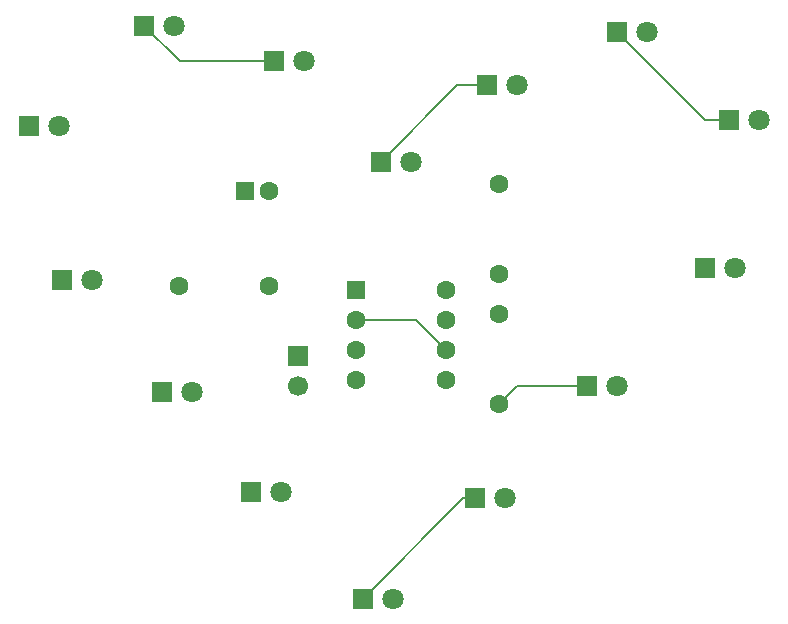
<source format=gbr>
%TF.GenerationSoftware,KiCad,Pcbnew,9.0.7*%
%TF.CreationDate,2026-02-20T23:46:02+05:30*%
%TF.ProjectId,heart-board,68656172-742d-4626-9f61-72642e6b6963,rev?*%
%TF.SameCoordinates,Original*%
%TF.FileFunction,Copper,L2,Bot*%
%TF.FilePolarity,Positive*%
%FSLAX46Y46*%
G04 Gerber Fmt 4.6, Leading zero omitted, Abs format (unit mm)*
G04 Created by KiCad (PCBNEW 9.0.7) date 2026-02-20 23:46:02*
%MOMM*%
%LPD*%
G01*
G04 APERTURE LIST*
G04 Aperture macros list*
%AMRoundRect*
0 Rectangle with rounded corners*
0 $1 Rounding radius*
0 $2 $3 $4 $5 $6 $7 $8 $9 X,Y pos of 4 corners*
0 Add a 4 corners polygon primitive as box body*
4,1,4,$2,$3,$4,$5,$6,$7,$8,$9,$2,$3,0*
0 Add four circle primitives for the rounded corners*
1,1,$1+$1,$2,$3*
1,1,$1+$1,$4,$5*
1,1,$1+$1,$6,$7*
1,1,$1+$1,$8,$9*
0 Add four rect primitives between the rounded corners*
20,1,$1+$1,$2,$3,$4,$5,0*
20,1,$1+$1,$4,$5,$6,$7,0*
20,1,$1+$1,$6,$7,$8,$9,0*
20,1,$1+$1,$8,$9,$2,$3,0*%
G04 Aperture macros list end*
%TA.AperFunction,ComponentPad*%
%ADD10R,1.800000X1.800000*%
%TD*%
%TA.AperFunction,ComponentPad*%
%ADD11C,1.800000*%
%TD*%
%TA.AperFunction,ComponentPad*%
%ADD12R,1.700000X1.700000*%
%TD*%
%TA.AperFunction,ComponentPad*%
%ADD13C,1.700000*%
%TD*%
%TA.AperFunction,ComponentPad*%
%ADD14RoundRect,0.250000X-0.550000X-0.550000X0.550000X-0.550000X0.550000X0.550000X-0.550000X0.550000X0*%
%TD*%
%TA.AperFunction,ComponentPad*%
%ADD15C,1.600000*%
%TD*%
%TA.AperFunction,Conductor*%
%ADD16C,0.200000*%
%TD*%
G04 APERTURE END LIST*
D10*
%TO.P,D13,1,K*%
%TO.N,GND*%
X203960000Y-56500000D03*
D11*
%TO.P,D13,2,A*%
%TO.N,Net-(D1-A)*%
X206500000Y-56500000D03*
%TD*%
D12*
%TO.P,BT1,1,+*%
%TO.N,+9V*%
X177000000Y-83960000D03*
D13*
%TO.P,BT1,2,-*%
%TO.N,GND*%
X177000000Y-86500000D03*
%TD*%
D14*
%TO.P,C1,1*%
%TO.N,GND*%
X172500000Y-70000000D03*
D15*
%TO.P,C1,2*%
X174500000Y-70000000D03*
%TD*%
D11*
%TO.P,D14,2,A*%
%TO.N,Net-(D1-A)*%
X195500000Y-61000000D03*
D10*
%TO.P,D14,1,K*%
%TO.N,GND*%
X192960000Y-61000000D03*
%TD*%
D14*
%TO.P,U1,1,GND*%
%TO.N,GND*%
X181880000Y-78380000D03*
D15*
%TO.P,U1,2,TRIG*%
X181880000Y-80920000D03*
%TO.P,U1,3,OUT*%
%TO.N,Net-(U1-OUT)*%
X181880000Y-83460000D03*
%TO.P,U1,4,~{RST}*%
%TO.N,+9V*%
X181880000Y-86000000D03*
%TO.P,U1,5,CONT*%
%TO.N,unconnected-(U1-CONT-Pad5)*%
X189500000Y-86000000D03*
%TO.P,U1,6,THRES*%
%TO.N,GND*%
X189500000Y-83460000D03*
%TO.P,U1,7,DISCH*%
%TO.N,Net-(U1-DISCH)*%
X189500000Y-80920000D03*
%TO.P,U1,8,VCC*%
%TO.N,+9V*%
X189500000Y-78380000D03*
%TD*%
%TO.P,R3,1*%
%TO.N,Net-(D1-A)*%
X166880000Y-78000000D03*
%TO.P,R3,2*%
%TO.N,Net-(U1-OUT)*%
X174500000Y-78000000D03*
%TD*%
%TO.P,R2,1*%
%TO.N,Net-(U1-DISCH)*%
X194000000Y-80380000D03*
%TO.P,R2,2*%
%TO.N,GND*%
X194000000Y-88000000D03*
%TD*%
%TO.P,R1,1*%
%TO.N,+9V*%
X194000000Y-69380000D03*
%TO.P,R1,2*%
%TO.N,Net-(U1-DISCH)*%
X194000000Y-77000000D03*
%TD*%
D10*
%TO.P,D12,1,K*%
%TO.N,GND*%
X213460000Y-64000000D03*
D11*
%TO.P,D12,2,A*%
%TO.N,Net-(D1-A)*%
X216000000Y-64000000D03*
%TD*%
D10*
%TO.P,D11,1,K*%
%TO.N,GND*%
X211460000Y-76500000D03*
D11*
%TO.P,D11,2,A*%
%TO.N,Net-(D1-A)*%
X214000000Y-76500000D03*
%TD*%
D10*
%TO.P,D10,1,K*%
%TO.N,GND*%
X201460000Y-86500000D03*
D11*
%TO.P,D10,2,A*%
%TO.N,Net-(D1-A)*%
X204000000Y-86500000D03*
%TD*%
D10*
%TO.P,D9,1,K*%
%TO.N,GND*%
X191960000Y-96000000D03*
D11*
%TO.P,D9,2,A*%
%TO.N,Net-(D1-A)*%
X194500000Y-96000000D03*
%TD*%
D10*
%TO.P,D7,1,K*%
%TO.N,GND*%
X172960000Y-95500000D03*
D11*
%TO.P,D7,2,A*%
%TO.N,Net-(D1-A)*%
X175500000Y-95500000D03*
%TD*%
D10*
%TO.P,D6,1,K*%
%TO.N,GND*%
X165460000Y-87000000D03*
D11*
%TO.P,D6,2,A*%
%TO.N,Net-(D1-A)*%
X168000000Y-87000000D03*
%TD*%
D10*
%TO.P,D5,1,K*%
%TO.N,GND*%
X156960000Y-77500000D03*
D11*
%TO.P,D5,2,A*%
%TO.N,Net-(D1-A)*%
X159500000Y-77500000D03*
%TD*%
D10*
%TO.P,D4,1,K*%
%TO.N,GND*%
X154225000Y-64500000D03*
D11*
%TO.P,D4,2,A*%
%TO.N,Net-(D1-A)*%
X156765000Y-64500000D03*
%TD*%
D10*
%TO.P,D3,1,K*%
%TO.N,GND*%
X163960000Y-56000000D03*
D11*
%TO.P,D3,2,A*%
%TO.N,Net-(D1-A)*%
X166500000Y-56000000D03*
%TD*%
D10*
%TO.P,D2,1,K*%
%TO.N,GND*%
X174960000Y-59000000D03*
D11*
%TO.P,D2,2,A*%
%TO.N,Net-(D1-A)*%
X177500000Y-59000000D03*
%TD*%
%TO.P,D1,2,A*%
%TO.N,Net-(D1-A)*%
X186500000Y-67500000D03*
D10*
%TO.P,D1,1,K*%
%TO.N,GND*%
X183960000Y-67500000D03*
%TD*%
%TO.P,D8,1,K*%
%TO.N,GND*%
X182460000Y-104500000D03*
D11*
%TO.P,D8,2,A*%
%TO.N,Net-(D1-A)*%
X185000000Y-104500000D03*
%TD*%
D16*
%TO.N,GND*%
X201460000Y-86500000D02*
X195500000Y-86500000D01*
X195500000Y-86500000D02*
X194000000Y-88000000D01*
X181880000Y-80920000D02*
X186960000Y-80920000D01*
X186960000Y-80920000D02*
X189500000Y-83460000D01*
X183960000Y-67500000D02*
X190460000Y-61000000D01*
X190460000Y-61000000D02*
X192960000Y-61000000D01*
X163960000Y-56000000D02*
X166960000Y-59000000D01*
X166960000Y-59000000D02*
X174960000Y-59000000D01*
X191960000Y-96000000D02*
X190960000Y-96000000D01*
X190960000Y-96000000D02*
X182460000Y-104500000D01*
X203960000Y-56500000D02*
X211460000Y-64000000D01*
X211460000Y-64000000D02*
X213460000Y-64000000D01*
%TD*%
M02*

</source>
